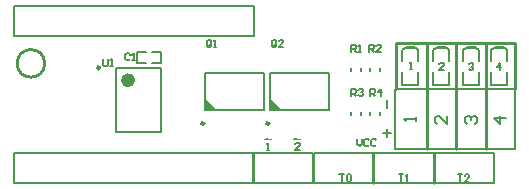
<source format=gto>
G04 Layer_Color=65535*
%FSLAX43Y43*%
%MOMM*%
G71*
G01*
G75*
%ADD15C,0.254*%
%ADD23C,0.250*%
%ADD24C,0.600*%
%ADD25C,0.200*%
%ADD26C,0.127*%
%ADD27C,0.150*%
G36*
X23918Y4539D02*
X23942Y4536D01*
X23967Y4531D01*
X23968D01*
X23973Y4529D01*
X23980Y4528D01*
X23988Y4524D01*
X24010Y4518D01*
X24035Y4508D01*
X24037D01*
X24042Y4504D01*
X24050Y4503D01*
X24060Y4498D01*
X24072Y4494D01*
X24083Y4489D01*
X24112Y4478D01*
X24113D01*
X24118Y4476D01*
X24125Y4473D01*
X24133Y4469D01*
X24157Y4464D01*
X24182Y4463D01*
X24188D01*
X24195Y4464D01*
X24205D01*
X24227Y4471D01*
X24238Y4476D01*
X24248Y4483D01*
X24250Y4484D01*
X24253Y4486D01*
X24258Y4491D01*
X24263Y4496D01*
X24280Y4514D01*
X24295Y4536D01*
X24377Y4478D01*
Y4476D01*
X24375Y4473D01*
X24372Y4468D01*
X24368Y4461D01*
X24358Y4446D01*
X24347Y4429D01*
X24345Y4428D01*
X24343Y4426D01*
X24333Y4416D01*
X24320Y4404D01*
X24302Y4391D01*
X24300D01*
X24297Y4388D01*
X24292Y4386D01*
X24285Y4381D01*
X24268Y4373D01*
X24248Y4366D01*
X24247D01*
X24243Y4364D01*
X24237Y4363D01*
X24228Y4361D01*
X24208Y4358D01*
X24185Y4356D01*
X24170D01*
X24160Y4358D01*
X24148Y4359D01*
X24135Y4361D01*
X24105Y4369D01*
X24103D01*
X24098Y4371D01*
X24090Y4374D01*
X24080Y4378D01*
X24068Y4383D01*
X24055Y4388D01*
X24028Y4398D01*
X24027D01*
X24023Y4399D01*
X24017Y4403D01*
X24007Y4406D01*
X23987Y4414D01*
X23962Y4423D01*
X23960D01*
X23957Y4424D01*
X23950Y4426D01*
X23942Y4428D01*
X23922Y4433D01*
X23900Y4434D01*
X23893D01*
X23887Y4433D01*
X23877D01*
X23855Y4426D01*
X23843Y4423D01*
X23833Y4416D01*
X23832Y4414D01*
X23828Y4413D01*
X23823Y4408D01*
X23817Y4401D01*
X23802Y4384D01*
X23787Y4361D01*
X23705Y4421D01*
Y4423D01*
X23707Y4426D01*
X23710Y4429D01*
X23713Y4436D01*
X23723Y4453D01*
X23737Y4469D01*
Y4471D01*
X23740Y4473D01*
X23748Y4483D01*
X23763Y4494D01*
X23780Y4508D01*
X23782D01*
X23783Y4509D01*
X23788Y4513D01*
X23795Y4516D01*
X23812Y4524D01*
X23833Y4533D01*
X23835D01*
X23838Y4534D01*
X23845Y4536D01*
X23852D01*
X23873Y4539D01*
X23897Y4541D01*
X23910D01*
X23918Y4539D01*
D02*
G37*
G36*
X21481Y4539D02*
X21504Y4536D01*
X21529Y4531D01*
X21531D01*
X21536Y4529D01*
X21543Y4528D01*
X21551Y4524D01*
X21573Y4518D01*
X21598Y4508D01*
X21599D01*
X21604Y4504D01*
X21613Y4503D01*
X21623Y4498D01*
X21634Y4494D01*
X21646Y4489D01*
X21674Y4478D01*
X21676D01*
X21681Y4476D01*
X21688Y4473D01*
X21696Y4469D01*
X21719Y4464D01*
X21744Y4463D01*
X21751D01*
X21758Y4464D01*
X21768D01*
X21789Y4471D01*
X21801Y4476D01*
X21811Y4483D01*
X21813Y4484D01*
X21816Y4486D01*
X21821Y4491D01*
X21826Y4496D01*
X21843Y4514D01*
X21858Y4536D01*
X21939Y4478D01*
Y4476D01*
X21938Y4473D01*
X21934Y4468D01*
X21931Y4461D01*
X21921Y4446D01*
X21909Y4429D01*
X21908Y4428D01*
X21906Y4426D01*
X21896Y4416D01*
X21883Y4404D01*
X21864Y4391D01*
X21863D01*
X21859Y4388D01*
X21854Y4386D01*
X21848Y4381D01*
X21831Y4373D01*
X21811Y4366D01*
X21809D01*
X21806Y4364D01*
X21799Y4363D01*
X21791Y4361D01*
X21771Y4358D01*
X21748Y4356D01*
X21733D01*
X21723Y4358D01*
X21711Y4359D01*
X21698Y4361D01*
X21668Y4369D01*
X21666D01*
X21661Y4371D01*
X21653Y4374D01*
X21643Y4378D01*
X21631Y4383D01*
X21618Y4388D01*
X21591Y4398D01*
X21589D01*
X21586Y4399D01*
X21579Y4403D01*
X21569Y4406D01*
X21549Y4414D01*
X21524Y4423D01*
X21523D01*
X21519Y4424D01*
X21513Y4426D01*
X21504Y4428D01*
X21484Y4433D01*
X21463Y4434D01*
X21456D01*
X21449Y4433D01*
X21439D01*
X21418Y4426D01*
X21406Y4423D01*
X21396Y4416D01*
X21394Y4414D01*
X21391Y4413D01*
X21386Y4408D01*
X21379Y4401D01*
X21364Y4384D01*
X21349Y4361D01*
X21268Y4421D01*
Y4423D01*
X21269Y4426D01*
X21273Y4429D01*
X21276Y4436D01*
X21286Y4453D01*
X21299Y4469D01*
Y4471D01*
X21303Y4473D01*
X21311Y4483D01*
X21326Y4494D01*
X21343Y4508D01*
X21344D01*
X21346Y4509D01*
X21351Y4513D01*
X21358Y4516D01*
X21374Y4524D01*
X21396Y4533D01*
X21398D01*
X21401Y4534D01*
X21408Y4536D01*
X21414D01*
X21436Y4539D01*
X21459Y4541D01*
X21473D01*
X21481Y4539D01*
D02*
G37*
G36*
X22750Y6900D02*
X21750D01*
Y7900D01*
X22750Y6900D01*
D02*
G37*
G36*
X17250D02*
X16250D01*
Y7900D01*
X17250Y6900D01*
D02*
G37*
D15*
X2671Y10875D02*
G03*
X2671Y10875I-1171J0D01*
G01*
X42500Y8700D02*
Y12625D01*
X32375D02*
X42500D01*
X32375Y8705D02*
Y12625D01*
X30500Y750D02*
Y3250D01*
X35625Y750D02*
Y3250D01*
X37500Y3625D02*
X37500Y12625D01*
X35000Y3625D02*
Y12625D01*
X40000Y3625D02*
X40000Y12625D01*
D23*
X16175Y5800D02*
G03*
X16175Y5800I-125J0D01*
G01*
X7350Y10505D02*
G03*
X7350Y10505I-125J0D01*
G01*
X21675Y5800D02*
G03*
X21675Y5800I-125J0D01*
G01*
D24*
X10025Y9450D02*
G03*
X10025Y9450I-300J0D01*
G01*
D25*
X20315Y730D02*
X25395D01*
Y3270D01*
X20315D02*
X25395D01*
X20315Y730D02*
Y3270D01*
X50Y13230D02*
Y15770D01*
X20370D01*
Y13230D02*
Y15770D01*
X50Y13230D02*
X20370D01*
X8725Y5050D02*
Y10450D01*
X12525Y5050D02*
Y10450D01*
X8725D02*
X12525D01*
X8725Y5050D02*
X12525D01*
X50Y730D02*
Y3270D01*
X20370D01*
Y730D02*
Y3270D01*
X50Y730D02*
X20370D01*
X42515Y3605D02*
Y8685D01*
X32355Y3605D02*
Y8685D01*
X42515D01*
X32355Y3605D02*
X42515D01*
X25450Y730D02*
X40690D01*
X25450Y3270D02*
X40690D01*
X25450Y730D02*
Y3270D01*
X40690Y730D02*
Y3270D01*
D26*
X12550Y10875D02*
Y11875D01*
X11750Y10875D02*
X12550D01*
X10450D02*
X11250D01*
X10450D02*
Y11875D01*
X11250D01*
X11750D02*
X12550D01*
X21250Y6900D02*
Y10100D01*
X16250Y6900D02*
Y10100D01*
X21250D01*
X16250Y6900D02*
X21250D01*
X33275Y12300D02*
X33975D01*
X32950Y9075D02*
Y10175D01*
X34300Y9075D02*
Y10175D01*
X32950Y9075D02*
X34300D01*
X32950Y11075D02*
Y11975D01*
X34300Y11075D02*
Y11975D01*
X34100Y12175D02*
X34300Y11975D01*
X33975Y12300D02*
X34125Y12150D01*
X33100Y12125D02*
X33275Y12300D01*
X33150Y12175D02*
X34100D01*
X32950Y11975D02*
X33150Y12175D01*
X35900Y12300D02*
X36600D01*
X35575Y9075D02*
Y10175D01*
X36925Y9075D02*
Y10175D01*
X35575Y9075D02*
X36925D01*
X35575Y11075D02*
Y11975D01*
X36925Y11075D02*
Y11975D01*
X36725Y12175D02*
X36925Y11975D01*
X36600Y12300D02*
X36750Y12150D01*
X35725Y12125D02*
X35900Y12300D01*
X35775Y12175D02*
X36725D01*
X35575Y11975D02*
X35775Y12175D01*
X29406Y10223D02*
Y10527D01*
X28594Y10223D02*
Y10527D01*
X31031Y10223D02*
Y10527D01*
X30219Y10223D02*
Y10527D01*
X21750Y6900D02*
X26750D01*
X21750Y10100D02*
X26750D01*
X21750Y6900D02*
Y10100D01*
X26750Y6900D02*
Y10100D01*
X38075Y11975D02*
X38275Y12175D01*
X39225D01*
X38225Y12125D02*
X38400Y12300D01*
X39100D02*
X39250Y12150D01*
X39225Y12175D02*
X39425Y11975D01*
Y11075D02*
Y11975D01*
X38075Y11075D02*
Y11975D01*
Y9075D02*
X39425D01*
Y10175D01*
X38075Y9075D02*
Y10175D01*
X38400Y12300D02*
X39100D01*
X40450Y11975D02*
X40650Y12175D01*
X41600D01*
X40600Y12125D02*
X40775Y12300D01*
X41475D02*
X41625Y12150D01*
X41600Y12175D02*
X41800Y11975D01*
Y11075D02*
Y11975D01*
X40450Y11075D02*
Y11975D01*
Y9075D02*
X41800D01*
Y10175D01*
X40450Y9075D02*
Y10175D01*
X40775Y12300D02*
X41475D01*
X29406Y6473D02*
Y6777D01*
X28594Y6473D02*
Y6777D01*
X31031Y6473D02*
Y6777D01*
X30219Y6473D02*
Y6777D01*
D27*
X41237Y10312D02*
Y10912D01*
X40938Y10612D01*
X41337D01*
X38562Y10812D02*
X38662Y10912D01*
X38862D01*
X38962Y10812D01*
Y10712D01*
X38862Y10612D01*
X38762D01*
X38862D01*
X38962Y10512D01*
Y10412D01*
X38862Y10312D01*
X38662D01*
X38562Y10412D01*
X36462Y10312D02*
X36062D01*
X36462Y10712D01*
Y10812D01*
X36362Y10912D01*
X36162D01*
X36062Y10812D01*
X33562Y10375D02*
X33762D01*
X33662D01*
Y10975D01*
X33562Y10875D01*
X29125Y4475D02*
Y4075D01*
X29325Y3875D01*
X29525Y4075D01*
Y4475D01*
X30125Y4375D02*
X30025Y4475D01*
X29825D01*
X29725Y4375D01*
Y3975D01*
X29825Y3875D01*
X30025D01*
X30125Y3975D01*
X30724Y4375D02*
X30625Y4475D01*
X30425D01*
X30325Y4375D01*
Y3975D01*
X30425Y3875D01*
X30625D01*
X30724Y3975D01*
X9900Y11625D02*
X9800Y11725D01*
X9600D01*
X9500Y11625D01*
Y11225D01*
X9600Y11125D01*
X9800D01*
X9900Y11225D01*
X10100Y11125D02*
X10300D01*
X10200D01*
Y11725D01*
X10100Y11625D01*
X16775Y12350D02*
Y12750D01*
X16675Y12850D01*
X16475D01*
X16375Y12750D01*
Y12350D01*
X16475Y12250D01*
X16675D01*
X16575Y12450D02*
X16775Y12250D01*
X16675D02*
X16775Y12350D01*
X16975Y12250D02*
X17175D01*
X17075D01*
Y12850D01*
X16975Y12750D01*
X7625Y11225D02*
Y10725D01*
X7725Y10625D01*
X7925D01*
X8025Y10725D01*
Y11225D01*
X8225Y10625D02*
X8425D01*
X8325D01*
Y11225D01*
X8225Y11125D01*
X28625Y11875D02*
Y12475D01*
X28925D01*
X29025Y12375D01*
Y12175D01*
X28925Y12075D01*
X28625D01*
X28825D02*
X29025Y11875D01*
X29225D02*
X29425D01*
X29325D01*
Y12475D01*
X29225Y12375D01*
X30125Y11875D02*
Y12475D01*
X30425D01*
X30525Y12375D01*
Y12175D01*
X30425Y12075D01*
X30125D01*
X30325D02*
X30525Y11875D01*
X31125D02*
X30725D01*
X31125Y12275D01*
Y12375D01*
X31025Y12475D01*
X30825D01*
X30725Y12375D01*
X22275Y12350D02*
Y12750D01*
X22175Y12850D01*
X21975D01*
X21875Y12750D01*
Y12350D01*
X21975Y12250D01*
X22175D01*
X22075Y12450D02*
X22275Y12250D01*
X22175D02*
X22275Y12350D01*
X22875Y12250D02*
X22475D01*
X22875Y12650D01*
Y12750D01*
X22775Y12850D01*
X22575D01*
X22475Y12750D01*
X28625Y8125D02*
Y8725D01*
X28925D01*
X29025Y8625D01*
Y8425D01*
X28925Y8325D01*
X28625D01*
X28825D02*
X29025Y8125D01*
X29225Y8625D02*
X29325Y8725D01*
X29525D01*
X29625Y8625D01*
Y8525D01*
X29525Y8425D01*
X29425D01*
X29525D01*
X29625Y8325D01*
Y8225D01*
X29525Y8125D01*
X29325D01*
X29225Y8225D01*
X30250Y8125D02*
Y8725D01*
X30550D01*
X30650Y8625D01*
Y8425D01*
X30550Y8325D01*
X30250D01*
X30450D02*
X30650Y8125D01*
X31150D02*
Y8725D01*
X30850Y8425D01*
X31250D01*
X27625Y1475D02*
X28025D01*
X27825D01*
Y875D01*
X28225Y1375D02*
X28325Y1475D01*
X28525D01*
X28625Y1375D01*
Y975D01*
X28525Y875D01*
X28325D01*
X28225Y975D01*
Y1375D01*
X31625Y7125D02*
Y7791D01*
X38417Y5750D02*
X38250Y5917D01*
Y6250D01*
X38417Y6416D01*
X38584D01*
X38750Y6250D01*
Y6083D01*
Y6250D01*
X38917Y6416D01*
X39083D01*
X39250Y6250D01*
Y5917D01*
X39083Y5750D01*
X36750Y6416D02*
Y5750D01*
X36084Y6416D01*
X35917D01*
X35750Y6250D01*
Y5917D01*
X35917Y5750D01*
X34125Y6000D02*
Y6333D01*
Y6167D01*
X33125D01*
X33292Y6000D01*
X41750Y6250D02*
X40750D01*
X41250Y5750D01*
Y6416D01*
X31625Y4625D02*
Y5291D01*
X31292Y4958D02*
X31958D01*
X32625Y1475D02*
X33025D01*
X32825D01*
Y875D01*
X33225D02*
X33425D01*
X33325D01*
Y1475D01*
X33225Y1375D01*
X37625Y1475D02*
X38025D01*
X37825D01*
Y875D01*
X38625D02*
X38225D01*
X38625Y1275D01*
Y1375D01*
X38525Y1475D01*
X38325D01*
X38225Y1375D01*
X21500Y3562D02*
X21700D01*
X21600D01*
Y4162D01*
X21500Y4062D01*
X24275Y3562D02*
X23875D01*
X24275Y3962D01*
Y4062D01*
X24175Y4162D01*
X23975D01*
X23875Y4062D01*
M02*

</source>
